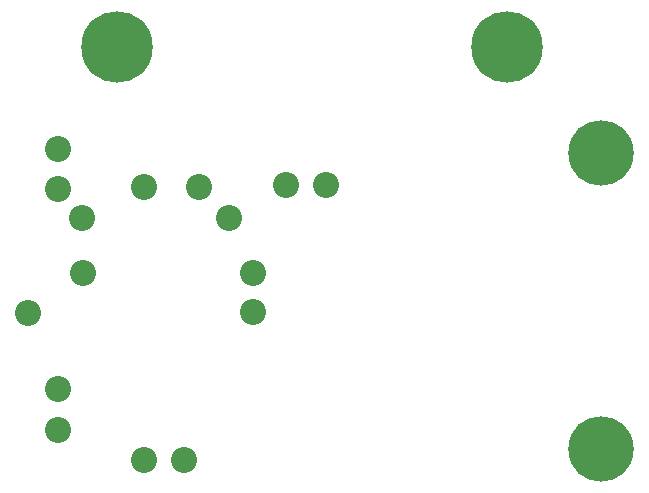
<source format=gbr>
G04 EAGLE Gerber RS-274X export*
G75*
%MOMM*%
%FSLAX34Y34*%
%LPD*%
%INSoldermask Bottom*%
%IPPOS*%
%AMOC8*
5,1,8,0,0,1.08239X$1,22.5*%
G01*
%ADD10C,2.203200*%
%ADD11C,6.045200*%
%ADD12C,5.537200*%


D10*
X317000Y273000D03*
X283000Y273000D03*
X209700Y271370D03*
X162600Y271370D03*
D11*
X470000Y390000D03*
X140000Y390000D03*
D10*
X197000Y40500D03*
X163000Y40500D03*
X90000Y304000D03*
X90000Y270000D03*
X90000Y100000D03*
X90000Y66000D03*
D12*
X550000Y50000D03*
X550000Y300000D03*
D10*
X255000Y198250D03*
X111000Y198500D03*
X255000Y166000D03*
X65000Y165000D03*
X235000Y245000D03*
X110000Y245000D03*
M02*

</source>
